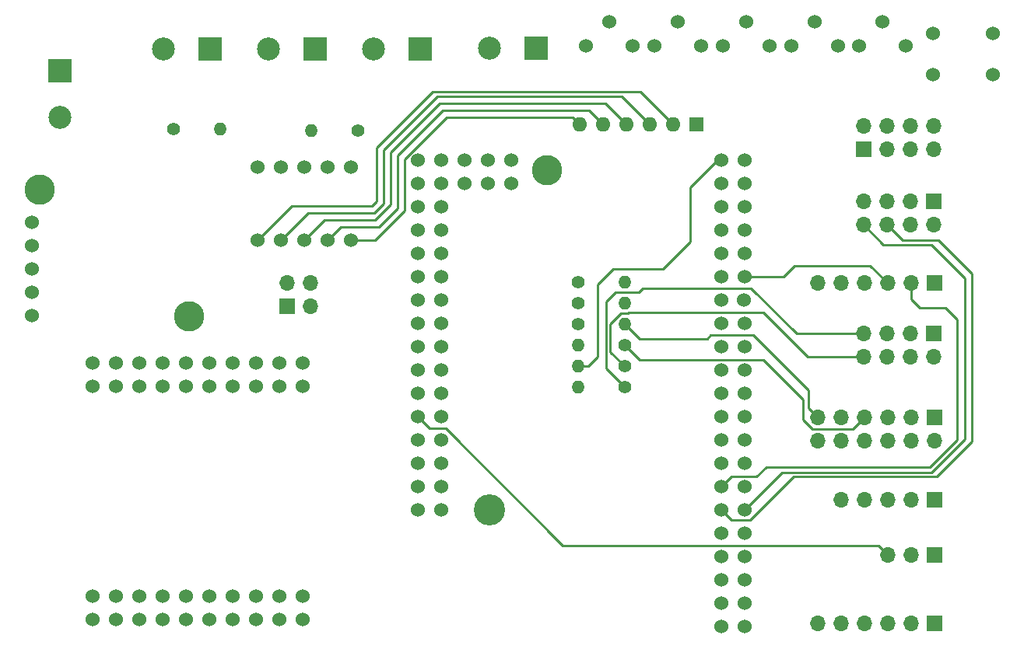
<source format=gbr>
%TF.GenerationSoftware,KiCad,Pcbnew,(6.0.0-0)*%
%TF.CreationDate,2022-02-23T10:17:12-05:00*%
%TF.ProjectId,LED_Controller_Without_Level_Shifter,4c45445f-436f-46e7-9472-6f6c6c65725f,1.0*%
%TF.SameCoordinates,Original*%
%TF.FileFunction,Copper,L2,Inr*%
%TF.FilePolarity,Positive*%
%FSLAX46Y46*%
G04 Gerber Fmt 4.6, Leading zero omitted, Abs format (unit mm)*
G04 Created by KiCad (PCBNEW (6.0.0-0)) date 2022-02-23 10:17:12*
%MOMM*%
%LPD*%
G01*
G04 APERTURE LIST*
%TA.AperFunction,ComponentPad*%
%ADD10C,1.524000*%
%TD*%
%TA.AperFunction,ComponentPad*%
%ADD11C,3.400000*%
%TD*%
%TA.AperFunction,ComponentPad*%
%ADD12C,3.300000*%
%TD*%
%TA.AperFunction,ComponentPad*%
%ADD13R,2.500000X2.500000*%
%TD*%
%TA.AperFunction,ComponentPad*%
%ADD14C,2.500000*%
%TD*%
%TA.AperFunction,ComponentPad*%
%ADD15R,1.700000X1.700000*%
%TD*%
%TA.AperFunction,ComponentPad*%
%ADD16O,1.700000X1.700000*%
%TD*%
%TA.AperFunction,ComponentPad*%
%ADD17C,1.400000*%
%TD*%
%TA.AperFunction,ComponentPad*%
%ADD18O,1.400000X1.400000*%
%TD*%
%TA.AperFunction,ComponentPad*%
%ADD19R,1.600000X1.600000*%
%TD*%
%TA.AperFunction,ComponentPad*%
%ADD20O,1.600000X1.600000*%
%TD*%
%TA.AperFunction,Conductor*%
%ADD21C,0.250000*%
%TD*%
G04 APERTURE END LIST*
D10*
%TO.N,unconnected-(U4-Pad75)*%
%TO.C,U4*%
X165770000Y-123550000D03*
%TO.N,unconnected-(U4-Pad74)*%
X168310000Y-123550000D03*
%TO.N,TX0*%
X165770000Y-118470000D03*
%TO.N,RX0*%
X168310000Y-118470000D03*
%TO.N,OE*%
X165770000Y-115930000D03*
%TO.N,DP_DATA_IN*%
X168310000Y-115930000D03*
%TO.N,DP_CLOCK*%
X165780000Y-113390000D03*
%TO.N,DP_LOAD*%
X168310000Y-113390000D03*
%TO.N,unconnected-(U4-Pad6)*%
X165770000Y-110850000D03*
%TO.N,unconnected-(U4-Pad7)*%
X168310000Y-110850000D03*
%TO.N,unconnected-(U4-Pad8)*%
X165770000Y-108310000D03*
%TO.N,unconnected-(U4-Pad9)*%
X168310000Y-108310000D03*
%TO.N,unconnected-(U4-Pad10)*%
X165770000Y-105770000D03*
%TO.N,unconnected-(U4-Pad11)*%
X168310000Y-105770000D03*
%TO.N,VU_STROBE*%
X165770000Y-103230000D03*
%TO.N,VU_RESET*%
X168310000Y-103230000D03*
%TO.N,unconnected-(U4-Pad14)*%
X165770000Y-100690000D03*
%TO.N,unconnected-(U4-Pad15)*%
X168310000Y-100690000D03*
%TO.N,LOGIC_2560_RX*%
X165770000Y-98150000D03*
%TO.N,LOGIC_2560_TX*%
X168310000Y-98150000D03*
%TO.N,TX1*%
X165780000Y-95610000D03*
%TO.N,RX1*%
X168230000Y-95610000D03*
%TO.N,SDA*%
X165780000Y-93070000D03*
%TO.N,SCL*%
X168310000Y-93070000D03*
%TO.N,unconnected-(U4-Pad22)*%
X165770000Y-90530000D03*
%TO.N,unconnected-(U4-Pad23)*%
X168310000Y-90530000D03*
%TO.N,unconnected-(U4-Pad24)*%
X165770000Y-87990000D03*
%TO.N,+5V*%
X168310000Y-131170000D03*
%TO.N,GND*%
X168310000Y-128630000D03*
D11*
%TO.N,N/C*%
X140530000Y-118470000D03*
D12*
X146820000Y-81440000D03*
D10*
%TO.N,unconnected-(U4-Pad25)*%
X168310000Y-87990000D03*
%TO.N,unconnected-(U4-Pad26)*%
X165770000Y-85450000D03*
%TO.N,unconnected-(U4-Pad27)*%
X168310000Y-85450000D03*
%TO.N,unconnected-(U4-Pad28)*%
X165770000Y-82910000D03*
%TO.N,unconnected-(U4-Pad29)*%
X168310000Y-82910000D03*
%TO.N,MAINT_DATA*%
X165770000Y-80370000D03*
%TO.N,unconnected-(U4-Pad31)*%
X168310000Y-80370000D03*
%TO.N,MAINT_CLOCK*%
X132750000Y-98150000D03*
%TO.N,unconnected-(U4-Pad33)*%
X135290000Y-98150000D03*
%TO.N,LDP_DATA*%
X132750000Y-95610000D03*
%TO.N,unconnected-(U4-Pad35)*%
X135290000Y-95610000D03*
%TO.N,LDP_CLOCK*%
X132750000Y-93070000D03*
%TO.N,unconnected-(U4-Pad37)*%
X135290000Y-93070000D03*
%TO.N,CS1_DATA*%
X132750000Y-90530000D03*
%TO.N,unconnected-(U4-Pad39)*%
X135290000Y-90530000D03*
%TO.N,CS1_CLOCK*%
X132750000Y-87990000D03*
%TO.N,unconnected-(U4-Pad41)*%
X135290000Y-87990000D03*
%TO.N,CS2_DATA*%
X132750000Y-85450000D03*
%TO.N,unconnected-(U4-Pad43)*%
X135290000Y-85450000D03*
%TO.N,CS2_CLOCK*%
X132750000Y-82910000D03*
%TO.N,JUMPER5*%
X135290000Y-82910000D03*
%TO.N,VU1_DATA*%
X132750000Y-80370000D03*
%TO.N,JUMPER4*%
X135290000Y-80370000D03*
%TO.N,VU1_CLOCK*%
X137840000Y-80370000D03*
%TO.N,JUMPER3*%
X137830000Y-82910000D03*
%TO.N,VU2_DATA*%
X140370000Y-80370000D03*
%TO.N,JUMPER2*%
X140370000Y-82910000D03*
%TO.N,VU2_CLOCK*%
X142910000Y-80370000D03*
%TO.N,JUMPER1*%
X142910000Y-82910000D03*
%TO.N,GND*%
X165770000Y-128630000D03*
%TO.N,+5V*%
X165770000Y-131170000D03*
%TO.N,unconnected-(U4-Pad72)*%
X165770000Y-126090000D03*
%TO.N,unconnected-(U4-Pad73)*%
X168310000Y-126090000D03*
%TO.N,unconnected-(U4-Pad104)*%
X165770000Y-121010000D03*
%TO.N,RESET*%
X168310000Y-121010000D03*
%TO.N,SPECTRUM_LEFT*%
X132750000Y-118470000D03*
%TO.N,SPECTRUM_RIGHT*%
X135290000Y-118470000D03*
%TO.N,TRIM1*%
X132750000Y-115930000D03*
%TO.N,TRIM2*%
X135290000Y-115930000D03*
%TO.N,TRIM3*%
X132750000Y-113390000D03*
%TO.N,TRIM4*%
X135290000Y-113390000D03*
%TO.N,TRIM5*%
X132750000Y-110850000D03*
%TO.N,BATTERY_LEVEL*%
X135290000Y-110850000D03*
%TO.N,EXT_MIC*%
X132750000Y-108310000D03*
%TO.N,unconnected-(U4-Pad209)*%
X135290000Y-108310000D03*
%TO.N,unconnected-(U4-Pad210)*%
X132750000Y-105770000D03*
%TO.N,unconnected-(U4-Pad211)*%
X135290000Y-105770000D03*
%TO.N,unconnected-(U4-Pad212)*%
X132750000Y-103230000D03*
%TO.N,unconnected-(U4-Pad213)*%
X135290000Y-103230000D03*
%TO.N,unconnected-(U4-Pad214)*%
X132750000Y-100690000D03*
%TO.N,unconnected-(U4-Pad215)*%
X135290000Y-100690000D03*
%TD*%
%TO.N,unconnected-(U1-Pad0)*%
%TO.C,U1*%
X90780000Y-87130000D03*
%TO.N,+12V*%
X90780000Y-89670000D03*
%TO.N,GND*%
X90780000Y-92210000D03*
X90780000Y-94750000D03*
%TO.N,+5V*%
X90780000Y-97290000D03*
D12*
%TO.N,N/C*%
X91610000Y-83600000D03*
X107838800Y-97361200D03*
%TD*%
D10*
%TO.N,GND*%
%TO.C,RV5*%
X178452500Y-67935000D03*
%TO.N,TRIM4*%
X175912500Y-65325000D03*
%TO.N,+5V*%
X173372500Y-67935000D03*
%TD*%
D13*
%TO.N,GND*%
%TO.C,J1*%
X93790000Y-70645000D03*
D14*
%TO.N,+12V*%
X93790000Y-75725000D03*
%TD*%
D13*
%TO.N,GND*%
%TO.C,J2*%
X110180000Y-68280000D03*
D14*
%TO.N,+5V*%
X105100000Y-68280000D03*
%TD*%
D13*
%TO.N,GND*%
%TO.C,J3*%
X133045000Y-68280000D03*
D14*
%TO.N,+5V*%
X127965000Y-68280000D03*
%TD*%
D13*
%TO.N,GND*%
%TO.C,J4*%
X121615000Y-68254000D03*
D14*
%TO.N,+5V*%
X116535000Y-68254000D03*
%TD*%
D15*
%TO.N,GND*%
%TO.C,J5*%
X188930000Y-99250000D03*
D16*
X188930000Y-101790000D03*
%TO.N,+5V*%
X186390000Y-99250000D03*
X186390000Y-101790000D03*
%TO.N,LDP_CLOCK*%
X183850000Y-99250000D03*
%TO.N,MAINT_CLOCK*%
X183850000Y-101790000D03*
%TO.N,/H-R1_LD*%
X181310000Y-99250000D03*
%TO.N,/H-R2-MD*%
X181310000Y-101790000D03*
%TD*%
D15*
%TO.N,GND*%
%TO.C,J6*%
X189000000Y-108380000D03*
D16*
X189000000Y-110920000D03*
%TO.N,+5V*%
X186460000Y-108380000D03*
X186460000Y-110920000D03*
%TO.N,CS1_CLOCK*%
X183920000Y-108380000D03*
%TO.N,VU1_CLOCK*%
X183920000Y-110920000D03*
%TO.N,/H-R3_C1D*%
X181380000Y-108380000D03*
%TO.N,/H-R4_V1D*%
X181380000Y-110920000D03*
%TO.N,CS2_CLOCK*%
X178840000Y-108380000D03*
%TO.N,VU2_CLOCK*%
X178840000Y-110920000D03*
%TO.N,/H-R5_C2D*%
X176300000Y-108380000D03*
%TO.N,/H-R6_V2D*%
X176300000Y-110920000D03*
%TD*%
D15*
%TO.N,GND*%
%TO.C,J7*%
X188976000Y-117334000D03*
D16*
%TO.N,+5V*%
X186436000Y-117334000D03*
%TO.N,DP_LOAD*%
X183896000Y-117334000D03*
%TO.N,DP_CLOCK*%
X181356000Y-117334000D03*
%TO.N,DP_DATA_IN*%
X178816000Y-117334000D03*
%TD*%
D15*
%TO.N,GND*%
%TO.C,J8*%
X188976000Y-130810000D03*
D16*
%TO.N,+5V*%
X186436000Y-130810000D03*
%TO.N,VU_STROBE*%
X183896000Y-130810000D03*
%TO.N,VU_RESET*%
X181356000Y-130810000D03*
%TO.N,SPECTRUM_LEFT*%
X178816000Y-130810000D03*
%TO.N,SPECTRUM_RIGHT*%
X176276000Y-130810000D03*
%TD*%
D15*
%TO.N,+5V*%
%TO.C,J9*%
X181320000Y-79145000D03*
D16*
X181320000Y-76605000D03*
%TO.N,GND*%
X183860000Y-79145000D03*
X183860000Y-76605000D03*
%TO.N,SCL*%
X186400000Y-79145000D03*
X186400000Y-76605000D03*
%TO.N,SDA*%
X188940000Y-79145000D03*
X188940000Y-76605000D03*
%TD*%
D15*
%TO.N,GND*%
%TO.C,J10*%
X188920000Y-84885000D03*
D16*
X188920000Y-87425000D03*
%TO.N,+5V*%
X186380000Y-84885000D03*
X186380000Y-87425000D03*
%TO.N,TX1*%
X183840000Y-84885000D03*
%TO.N,TX0*%
X183840000Y-87425000D03*
%TO.N,RX1*%
X181300000Y-84885000D03*
%TO.N,RX0*%
X181300000Y-87425000D03*
%TD*%
D15*
%TO.N,GND*%
%TO.C,J11*%
X188951000Y-93751000D03*
D16*
%TO.N,OE*%
X186411000Y-93751000D03*
%TO.N,SCL*%
X183871000Y-93751000D03*
%TO.N,SDA*%
X181331000Y-93751000D03*
%TO.N,+5V*%
X178791000Y-93751000D03*
X176251000Y-93751000D03*
%TD*%
D17*
%TO.N,/H-R2-MD*%
%TO.C,R2*%
X155290000Y-102822000D03*
D18*
%TO.N,MAINT_DATA*%
X150210000Y-102822000D03*
%TD*%
D17*
%TO.N,/H-R3_C1D*%
%TO.C,R3*%
X155290000Y-100534000D03*
D18*
%TO.N,CS1_DATA*%
X150210000Y-100534000D03*
%TD*%
D17*
%TO.N,CS2_DATA*%
%TO.C,R4*%
X150210000Y-98246000D03*
D18*
%TO.N,/H-R5_C2D*%
X155290000Y-98246000D03*
%TD*%
D17*
%TO.N,VU1_DATA*%
%TO.C,R5*%
X150210000Y-95958000D03*
D18*
%TO.N,/H-R4_V1D*%
X155290000Y-95958000D03*
%TD*%
D17*
%TO.N,VU2_DATA*%
%TO.C,R6*%
X150210000Y-93670000D03*
D18*
%TO.N,/H-R6_V2D*%
X155290000Y-93670000D03*
%TD*%
D19*
%TO.N,GND*%
%TO.C,RN1*%
X163068000Y-76454000D03*
D20*
%TO.N,JUMPER1*%
X160528000Y-76454000D03*
%TO.N,JUMPER2*%
X157988000Y-76454000D03*
%TO.N,JUMPER3*%
X155448000Y-76454000D03*
%TO.N,JUMPER4*%
X152908000Y-76454000D03*
%TO.N,JUMPER5*%
X150368000Y-76454000D03*
%TD*%
D10*
%TO.N,unconnected-(U2-Pad0)*%
%TO.C,U2*%
X105015400Y-130406600D03*
%TO.N,unconnected-(U2-Pad1)*%
X120205400Y-127866600D03*
%TO.N,unconnected-(U2-Pad2)*%
X102475400Y-130406600D03*
%TO.N,unconnected-(U2-Pad3)*%
X117715400Y-127866600D03*
%TO.N,unconnected-(U2-Pad4)*%
X107555400Y-130406600D03*
%TO.N,unconnected-(U2-Pad5)*%
X105015400Y-105000600D03*
%TO.N,unconnected-(U2-Pad18)*%
X112635400Y-105000600D03*
%TO.N,unconnected-(U2-Pad19)*%
X110095400Y-105000600D03*
%TO.N,unconnected-(U2-Pad21)*%
X112635400Y-127866600D03*
%TO.N,unconnected-(U2-Pad22)*%
X115175400Y-127866600D03*
%TO.N,unconnected-(U2-Pad23)*%
X107555400Y-105000600D03*
%TO.N,unconnected-(U2-Pad25)*%
X107555400Y-127866600D03*
%TO.N,unconnected-(U2-Pad26)*%
X115175400Y-105000600D03*
%TO.N,unconnected-(U2-Pad27)*%
X110095400Y-127866600D03*
%TO.N,unconnected-(U2-Pad32)*%
X112635400Y-130406600D03*
%TO.N,unconnected-(U2-Pad33)*%
X110095400Y-102460600D03*
%TO.N,unconnected-(U2-Pad34)*%
X107555400Y-102460600D03*
%TO.N,unconnected-(U2-Pad35)*%
X112635400Y-102460600D03*
%TO.N,unconnected-(U2-Pad39)*%
X115175400Y-102460600D03*
%TO.N,GND*%
X105015400Y-127866600D03*
X120255400Y-130406600D03*
X120255400Y-102460600D03*
%TO.N,+5V*%
X102475400Y-127866600D03*
%TO.N,3.3V*%
X102475400Y-105000600D03*
%TO.N,unconnected-(U2-Pad80)*%
X99935400Y-127866600D03*
%TO.N,unconnected-(U2-Pad81)*%
X97395400Y-127866600D03*
%TO.N,unconnected-(U2-Pad82)*%
X110095400Y-130406600D03*
%TO.N,unconnected-(U2-Pad83)*%
X99935400Y-130406600D03*
%TO.N,unconnected-(U2-Pad84)*%
X97395400Y-130406600D03*
%TO.N,unconnected-(U2-Pad85)*%
X120255400Y-105000600D03*
%TO.N,unconnected-(U2-Pad86)*%
X117715400Y-105000600D03*
%TO.N,unconnected-(U2-Pad87)*%
X99935400Y-105000600D03*
%TO.N,unconnected-(U2-Pad88)*%
X97395400Y-105000600D03*
%TO.N,unconnected-(U2-Pad89)*%
X117715400Y-102460600D03*
%TO.N,unconnected-(U2-Pad90)*%
X105015400Y-102460600D03*
%TO.N,unconnected-(U2-Pad91)*%
X102475400Y-102460600D03*
%TO.N,unconnected-(U2-Pad92)*%
X99935400Y-102460600D03*
%TO.N,unconnected-(U2-Pad93)*%
X97395400Y-102460600D03*
%TO.N,ESP_LOGIC_RX*%
X115175400Y-130406600D03*
%TO.N,ESP_LOGIC_TX*%
X117715400Y-130406600D03*
%TD*%
D17*
%TO.N,/H-R1_LD*%
%TO.C,R1*%
X155290000Y-105110000D03*
D18*
%TO.N,LDP_DATA*%
X150210000Y-105110000D03*
%TD*%
D10*
%TO.N,+5V*%
%TO.C,SW1*%
X125476000Y-81089000D03*
X122936000Y-81089000D03*
X120396000Y-81089000D03*
X117856000Y-81089000D03*
X115316000Y-81089000D03*
%TO.N,JUMPER1*%
X115316000Y-89091000D03*
%TO.N,JUMPER2*%
X117856000Y-89091000D03*
%TO.N,JUMPER3*%
X120396000Y-89091000D03*
%TO.N,JUMPER4*%
X122936000Y-89091000D03*
%TO.N,JUMPER5*%
X125476000Y-89091000D03*
%TD*%
%TO.N,GND*%
%TO.C,SW2*%
X188820000Y-71020000D03*
%TO.N,RESET*%
X188820000Y-66520000D03*
%TO.N,GND*%
X195320000Y-71020000D03*
%TO.N,RESET*%
X195320000Y-66520000D03*
%TD*%
%TO.N,GND*%
%TO.C,RV1*%
X156140000Y-67935000D03*
%TO.N,TRIM1*%
X153600000Y-65325000D03*
%TO.N,+5V*%
X151060000Y-67935000D03*
%TD*%
%TO.N,GND*%
%TO.C,RV2*%
X171015000Y-67935000D03*
%TO.N,TRIM3*%
X168475000Y-65325000D03*
%TO.N,+5V*%
X165935000Y-67935000D03*
%TD*%
%TO.N,GND*%
%TO.C,RV3*%
X185890000Y-67935000D03*
%TO.N,TRIM5*%
X183350000Y-65325000D03*
%TO.N,+5V*%
X180810000Y-67935000D03*
%TD*%
%TO.N,GND*%
%TO.C,RV4*%
X163577500Y-67935000D03*
%TO.N,TRIM2*%
X161037500Y-65325000D03*
%TO.N,+5V*%
X158497500Y-67935000D03*
%TD*%
D15*
%TO.N,ESP_LOGIC_RX*%
%TO.C,J13*%
X118545000Y-96315000D03*
D16*
%TO.N,ESP_LOGIC_TX*%
X118545000Y-93775000D03*
%TO.N,LOGIC_2560_RX*%
X121085000Y-96315000D03*
%TO.N,LOGIC_2560_TX*%
X121085000Y-93775000D03*
%TD*%
D15*
%TO.N,GND*%
%TO.C,J13*%
X188975000Y-123340000D03*
D16*
%TO.N,+5V*%
X186435000Y-123340000D03*
%TO.N,EXT_MIC*%
X183895000Y-123340000D03*
%TD*%
D17*
%TO.N,BATTERY_LEVEL*%
%TO.C,R7*%
X106172000Y-76962000D03*
D18*
%TO.N,POS*%
X111252000Y-76962000D03*
%TD*%
D17*
%TO.N,NEG*%
%TO.C,R8*%
X126238000Y-77140000D03*
D18*
%TO.N,BATTERY_LEVEL*%
X121158000Y-77140000D03*
%TD*%
D13*
%TO.N,POS*%
%TO.C,J12*%
X145625000Y-68170000D03*
D14*
%TO.N,NEG*%
X140545000Y-68170000D03*
%TD*%
D21*
%TO.N,OE*%
X165522600Y-116177400D02*
X166856511Y-114843489D01*
X191430000Y-97720000D02*
X190160000Y-96450000D01*
X190160000Y-96450000D02*
X187370000Y-96450000D01*
X166856511Y-114843489D02*
X169616511Y-114843489D01*
X169616511Y-114843489D02*
X170690000Y-113770000D01*
X170690000Y-113770000D02*
X188480000Y-113770000D01*
X188480000Y-113770000D02*
X191430000Y-110820000D01*
X191430000Y-110820000D02*
X191430000Y-97720000D01*
X187370000Y-96450000D02*
X186411000Y-95491000D01*
X186411000Y-95491000D02*
X186411000Y-93751000D01*
%TO.N,/H-R3_C1D*%
X165319951Y-102143489D02*
X166220049Y-102143489D01*
X166220049Y-102143489D02*
X166226560Y-102150000D01*
X156906000Y-102150000D02*
X165313440Y-102150000D01*
X165313440Y-102150000D02*
X165319951Y-102143489D01*
X155290000Y-100534000D02*
X156906000Y-102150000D01*
X166226560Y-102150000D02*
X167853440Y-102150000D01*
X174660000Y-106420000D02*
X174660000Y-108620000D01*
X170383489Y-102143489D02*
X174660000Y-106420000D01*
X174660000Y-108620000D02*
X175700000Y-109660000D01*
X167853440Y-102150000D02*
X167859951Y-102143489D01*
X167859951Y-102143489D02*
X170383489Y-102143489D01*
X175700000Y-109660000D02*
X180100000Y-109660000D01*
X180100000Y-109660000D02*
X181380000Y-108380000D01*
%TO.N,/H-R5_C2D*%
X164630000Y-99450000D02*
X169280000Y-99450000D01*
X175260000Y-107340000D02*
X176300000Y-108380000D01*
X156874000Y-99830000D02*
X164250000Y-99830000D01*
X164250000Y-99830000D02*
X164630000Y-99450000D01*
X155290000Y-98246000D02*
X156874000Y-99830000D01*
X169280000Y-99450000D02*
X175260000Y-105430000D01*
X175260000Y-105430000D02*
X175260000Y-107340000D01*
%TO.N,/H-R1_LD*%
X155290000Y-105110000D02*
X153270480Y-103090480D01*
X154270000Y-94760000D02*
X156800000Y-94760000D01*
X174010000Y-99250000D02*
X181310000Y-99250000D01*
X153270480Y-103090480D02*
X153270480Y-95759520D01*
X153270480Y-95759520D02*
X154270000Y-94760000D01*
X156800000Y-94760000D02*
X157270000Y-94290000D01*
X157270000Y-94290000D02*
X169050000Y-94290000D01*
X169050000Y-94290000D02*
X174010000Y-99250000D01*
%TO.N,JUMPER5*%
X131318000Y-85852000D02*
X128079000Y-89091000D01*
X128079000Y-89091000D02*
X125476000Y-89091000D01*
X135890000Y-75692000D02*
X131318000Y-80264000D01*
X131318000Y-80264000D02*
X131318000Y-85852000D01*
X149606000Y-75692000D02*
X135890000Y-75692000D01*
X150368000Y-76454000D02*
X149606000Y-75692000D01*
%TO.N,JUMPER4*%
X124397000Y-87630000D02*
X122936000Y-89091000D01*
X130556000Y-79882282D02*
X130556000Y-85598000D01*
X130556000Y-85598000D02*
X128524000Y-87630000D01*
X135508282Y-74930000D02*
X130556000Y-79882282D01*
X128524000Y-87630000D02*
X124397000Y-87630000D01*
X151384000Y-74930000D02*
X135508282Y-74930000D01*
X152908000Y-76454000D02*
X151384000Y-74930000D01*
%TO.N,JUMPER3*%
X122619000Y-86868000D02*
X120396000Y-89091000D01*
X128143000Y-86868000D02*
X122619000Y-86868000D01*
X135128000Y-74168000D02*
X129794000Y-79502000D01*
X129794000Y-85217000D02*
X128143000Y-86868000D01*
X129794000Y-79502000D02*
X129794000Y-85217000D01*
X153162000Y-74168000D02*
X135128000Y-74168000D01*
X155448000Y-76454000D02*
X153162000Y-74168000D01*
%TO.N,JUMPER2*%
X120841000Y-86106000D02*
X117856000Y-89091000D01*
X134874000Y-73406000D02*
X129032000Y-79248000D01*
X154940000Y-73406000D02*
X134874000Y-73406000D01*
X129032000Y-85090000D02*
X128016000Y-86106000D01*
X129032000Y-79248000D02*
X129032000Y-85090000D01*
X128016000Y-86106000D02*
X120841000Y-86106000D01*
X157988000Y-76454000D02*
X154940000Y-73406000D01*
%TO.N,JUMPER1*%
X128270000Y-78994000D02*
X134366000Y-72898000D01*
X128270000Y-84836000D02*
X128270000Y-78994000D01*
X127762000Y-85344000D02*
X128270000Y-84836000D01*
X156972000Y-72898000D02*
X160528000Y-76454000D01*
X134366000Y-72898000D02*
X156972000Y-72898000D01*
X119063000Y-85344000D02*
X127762000Y-85344000D01*
X115316000Y-89091000D02*
X119063000Y-85344000D01*
%TO.N,/H-R2-MD*%
X153720000Y-101252000D02*
X153720000Y-98210000D01*
X155616878Y-97080000D02*
X155746878Y-96950000D01*
X170390000Y-96950000D02*
X175230000Y-101790000D01*
X153720000Y-98210000D02*
X154850000Y-97080000D01*
X155290000Y-102822000D02*
X153720000Y-101252000D01*
X154850000Y-97080000D02*
X155616878Y-97080000D01*
X155746878Y-96950000D02*
X170390000Y-96950000D01*
X175230000Y-101790000D02*
X181310000Y-101790000D01*
%TO.N,MAINT_DATA*%
X165410000Y-80370000D02*
X162420000Y-83360000D01*
X162420000Y-83360000D02*
X162420000Y-89240000D01*
X165770000Y-80370000D02*
X165410000Y-80370000D01*
X162420000Y-89240000D02*
X159450000Y-92210000D01*
X159450000Y-92210000D02*
X154014282Y-92210000D01*
X154014282Y-92210000D02*
X152340000Y-93884282D01*
X152340000Y-93884282D02*
X152340000Y-101780000D01*
X152340000Y-101780000D02*
X151298000Y-102822000D01*
X151298000Y-102822000D02*
X150210000Y-102822000D01*
%TO.N,EXT_MIC*%
X183895000Y-123340000D02*
X182885000Y-122330000D01*
X134040000Y-109600000D02*
X132750000Y-108310000D01*
X182885000Y-122330000D02*
X148550000Y-122330000D01*
X148550000Y-122330000D02*
X135820000Y-109600000D01*
X135820000Y-109600000D02*
X134040000Y-109600000D01*
%TO.N,SCL*%
X183871000Y-93751000D02*
X181960000Y-91840000D01*
X181960000Y-91840000D02*
X173754800Y-91840000D01*
X173754800Y-91840000D02*
X172524800Y-93070000D01*
X172524800Y-93070000D02*
X168310000Y-93070000D01*
%TO.N,TX0*%
X165770000Y-118470000D02*
X166856511Y-119556511D01*
X166856511Y-119556511D02*
X168943489Y-119556511D01*
X168943489Y-119556511D02*
X173692000Y-114808000D01*
X189230000Y-114808000D02*
X193040000Y-110998000D01*
X173692000Y-114808000D02*
X189230000Y-114808000D01*
X193040000Y-110998000D02*
X193040000Y-92710000D01*
X193040000Y-92710000D02*
X189450480Y-89120480D01*
X189450480Y-89120480D02*
X185535480Y-89120480D01*
X185535480Y-89120480D02*
X183840000Y-87425000D01*
%TO.N,RX0*%
X168250000Y-118530000D02*
X172421520Y-114358480D01*
X188663520Y-114358480D02*
X192278000Y-110744000D01*
X172421520Y-114358480D02*
X188663520Y-114358480D01*
X188630000Y-89570000D02*
X183445000Y-89570000D01*
X192278000Y-110744000D02*
X192278000Y-93218000D01*
X192278000Y-93218000D02*
X188630000Y-89570000D01*
X183445000Y-89570000D02*
X181300000Y-87425000D01*
%TD*%
M02*

</source>
